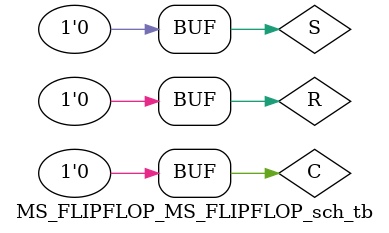
<source format=v>

`timescale 1ns / 1ps

module MS_FLIPFLOP_MS_FLIPFLOP_sch_tb();

// Inputs
   reg R;
   reg C;
   reg S;

// Output
   wire Q;
   wire Qn;
   wire Y;

// Bidirs

// Instantiate the UUT
   MS_FLIPFLOP UUT (
		.R(R), 
		.C(C), 
		.S(S), 
		.Q(Q), 
		.Qn(Qn), 
		.Y(Y)
   );
// Initialize Inputs
   //`ifdef auto_init
       always begin
		 C = 1;#50;
		 C = 0;#50;
		 end
		 initial begin
		S = 0;R = 0;#25; S = 1;R = 0;#25;
		S = 0;R = 1;#100; S = 1;R = 0;#100;
		S = 0;R = 0;#100; S = 0;R = 1;#100;
		S = 1;R = 1;#100; S = 0;R = 0;#100;
		S = 1;R = 0;#10; 
		S = 0;#5;  R=1;#10;
		S = 0;R = 0;#25;   R = 1;#5
		R = 0;#5;  S = 0;R = 0;#40;
		S = 1;#10;   S=0;#10;
		R = 1;#10;   R = 0;#10;
		
		
		
		
		end
   //`endif
endmodule

</source>
